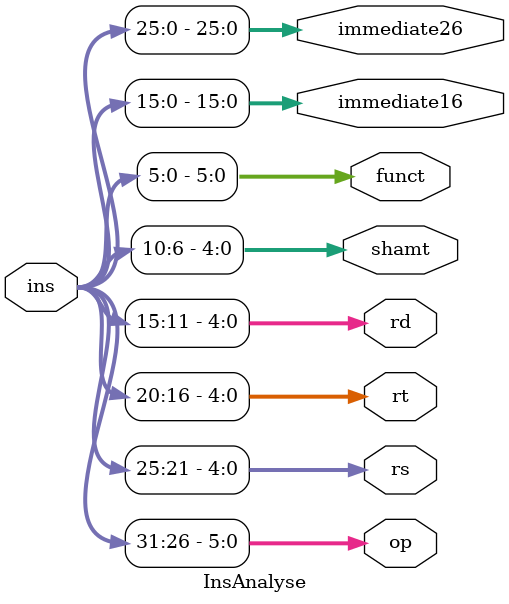
<source format=v>
`timescale 1ns / 1ps


module InsAnalyse(
    input [31:0] ins,
    output [5:0] op,
    output [4:0] rs,
    output [4:0] rt,
    output [4:0] rd,
    output [4:0] shamt,
    output [5:0] funct,
    output [15:0] immediate16,
    output [25:0] immediate26
    );
    
    assign op = ins[31:26];
    assign rs = ins[25:21];
    assign rt = ins[20:16];
    assign rd = ins[15:11];
    assign shamt = ins[10:6];
    assign funct = ins[5:0];
    assign immediate16 = ins[15:0];
    assign immediate26 = ins[25:0];    
endmodule

</source>
